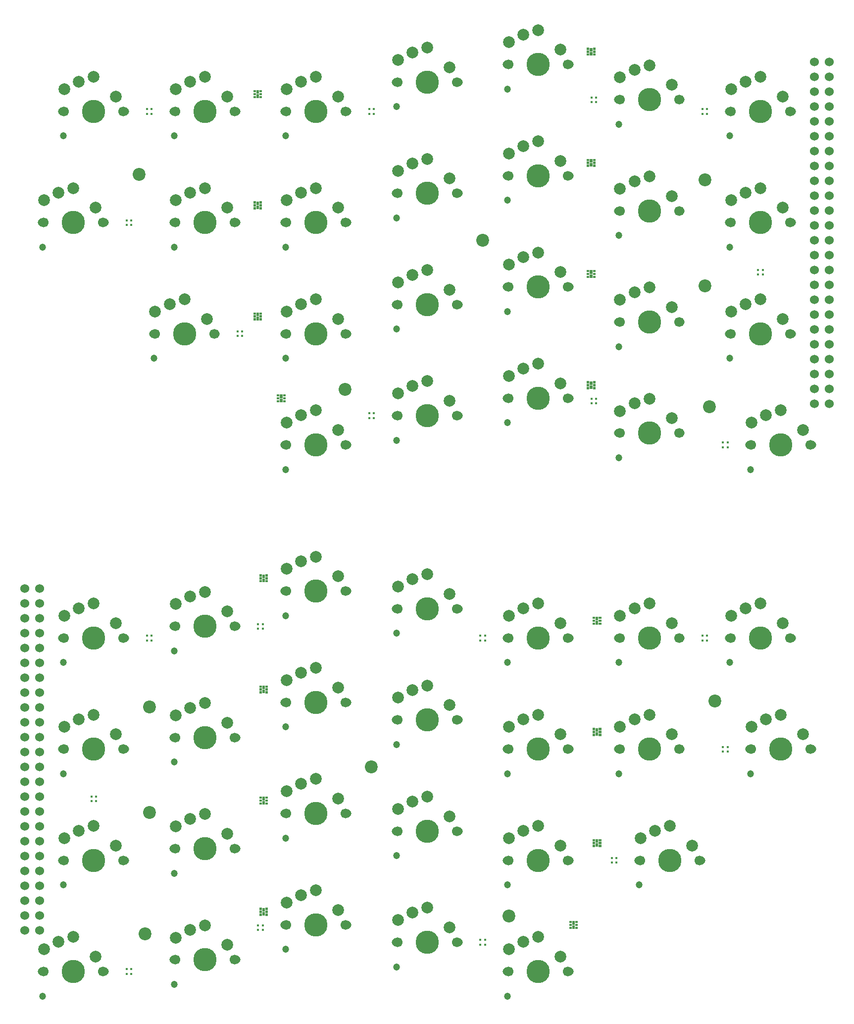
<source format=gbr>
%TF.GenerationSoftware,KiCad,Pcbnew,(6.0.6)*%
%TF.CreationDate,2022-09-05T11:06:28-07:00*%
%TF.ProjectId,Nour-Valkyrie,4e6f7572-2d56-4616-9c6b-797269652e6b,rev?*%
%TF.SameCoordinates,Original*%
%TF.FileFunction,Soldermask,Top*%
%TF.FilePolarity,Negative*%
%FSLAX46Y46*%
G04 Gerber Fmt 4.6, Leading zero omitted, Abs format (unit mm)*
G04 Created by KiCad (PCBNEW (6.0.6)) date 2022-09-05 11:06:28*
%MOMM*%
%LPD*%
G01*
G04 APERTURE LIST*
%ADD10C,0.010000*%
%ADD11C,1.200000*%
%ADD12C,1.700000*%
%ADD13C,3.990000*%
%ADD14C,2.000000*%
%ADD15R,0.400000X0.400000*%
%ADD16C,2.200000*%
%ADD17C,1.524000*%
G04 APERTURE END LIST*
%TO.C,D46*%
G36*
X83185000Y-172665000D02*
G01*
X82815000Y-172665000D01*
X82815000Y-172135000D01*
X83185000Y-172135000D01*
X83185000Y-172665000D01*
G37*
D10*
X83185000Y-172665000D02*
X82815000Y-172665000D01*
X82815000Y-172135000D01*
X83185000Y-172135000D01*
X83185000Y-172665000D01*
G36*
X83185000Y-173365000D02*
G01*
X82815000Y-173365000D01*
X82815000Y-172835000D01*
X83185000Y-172835000D01*
X83185000Y-173365000D01*
G37*
X83185000Y-173365000D02*
X82815000Y-173365000D01*
X82815000Y-172835000D01*
X83185000Y-172835000D01*
X83185000Y-173365000D01*
G36*
X82645000Y-172900000D02*
G01*
X82295000Y-172900000D01*
X82295000Y-172600000D01*
X82645000Y-172600000D01*
X82645000Y-172900000D01*
G37*
X82645000Y-172900000D02*
X82295000Y-172900000D01*
X82295000Y-172600000D01*
X82645000Y-172600000D01*
X82645000Y-172900000D01*
G36*
X83705000Y-173400000D02*
G01*
X83355000Y-173400000D01*
X83355000Y-173100000D01*
X83705000Y-173100000D01*
X83705000Y-173400000D01*
G37*
X83705000Y-173400000D02*
X83355000Y-173400000D01*
X83355000Y-173100000D01*
X83705000Y-173100000D01*
X83705000Y-173400000D01*
G36*
X82645000Y-172400000D02*
G01*
X82295000Y-172400000D01*
X82295000Y-172100000D01*
X82645000Y-172100000D01*
X82645000Y-172400000D01*
G37*
X82645000Y-172400000D02*
X82295000Y-172400000D01*
X82295000Y-172100000D01*
X82645000Y-172100000D01*
X82645000Y-172400000D01*
G36*
X83705000Y-172900000D02*
G01*
X83355000Y-172900000D01*
X83355000Y-172600000D01*
X83705000Y-172600000D01*
X83705000Y-172900000D01*
G37*
X83705000Y-172900000D02*
X83355000Y-172900000D01*
X83355000Y-172600000D01*
X83705000Y-172600000D01*
X83705000Y-172900000D01*
G36*
X82645000Y-173400000D02*
G01*
X82295000Y-173400000D01*
X82295000Y-173100000D01*
X82645000Y-173100000D01*
X82645000Y-173400000D01*
G37*
X82645000Y-173400000D02*
X82295000Y-173400000D01*
X82295000Y-173100000D01*
X82645000Y-173100000D01*
X82645000Y-173400000D01*
G36*
X83705000Y-172400000D02*
G01*
X83355000Y-172400000D01*
X83355000Y-172100000D01*
X83705000Y-172100000D01*
X83705000Y-172400000D01*
G37*
X83705000Y-172400000D02*
X83355000Y-172400000D01*
X83355000Y-172100000D01*
X83705000Y-172100000D01*
X83705000Y-172400000D01*
%TO.C,D49*%
G36*
X83705000Y-229400000D02*
G01*
X83355000Y-229400000D01*
X83355000Y-229100000D01*
X83705000Y-229100000D01*
X83705000Y-229400000D01*
G37*
X83705000Y-229400000D02*
X83355000Y-229400000D01*
X83355000Y-229100000D01*
X83705000Y-229100000D01*
X83705000Y-229400000D01*
G36*
X83705000Y-229900000D02*
G01*
X83355000Y-229900000D01*
X83355000Y-229600000D01*
X83705000Y-229600000D01*
X83705000Y-229900000D01*
G37*
X83705000Y-229900000D02*
X83355000Y-229900000D01*
X83355000Y-229600000D01*
X83705000Y-229600000D01*
X83705000Y-229900000D01*
G36*
X82645000Y-229900000D02*
G01*
X82295000Y-229900000D01*
X82295000Y-229600000D01*
X82645000Y-229600000D01*
X82645000Y-229900000D01*
G37*
X82645000Y-229900000D02*
X82295000Y-229900000D01*
X82295000Y-229600000D01*
X82645000Y-229600000D01*
X82645000Y-229900000D01*
G36*
X82645000Y-229400000D02*
G01*
X82295000Y-229400000D01*
X82295000Y-229100000D01*
X82645000Y-229100000D01*
X82645000Y-229400000D01*
G37*
X82645000Y-229400000D02*
X82295000Y-229400000D01*
X82295000Y-229100000D01*
X82645000Y-229100000D01*
X82645000Y-229400000D01*
G36*
X83705000Y-230400000D02*
G01*
X83355000Y-230400000D01*
X83355000Y-230100000D01*
X83705000Y-230100000D01*
X83705000Y-230400000D01*
G37*
X83705000Y-230400000D02*
X83355000Y-230400000D01*
X83355000Y-230100000D01*
X83705000Y-230100000D01*
X83705000Y-230400000D01*
G36*
X83185000Y-229665000D02*
G01*
X82815000Y-229665000D01*
X82815000Y-229135000D01*
X83185000Y-229135000D01*
X83185000Y-229665000D01*
G37*
X83185000Y-229665000D02*
X82815000Y-229665000D01*
X82815000Y-229135000D01*
X83185000Y-229135000D01*
X83185000Y-229665000D01*
G36*
X82645000Y-230400000D02*
G01*
X82295000Y-230400000D01*
X82295000Y-230100000D01*
X82645000Y-230100000D01*
X82645000Y-230400000D01*
G37*
X82645000Y-230400000D02*
X82295000Y-230400000D01*
X82295000Y-230100000D01*
X82645000Y-230100000D01*
X82645000Y-230400000D01*
G36*
X83185000Y-230365000D02*
G01*
X82815000Y-230365000D01*
X82815000Y-229835000D01*
X83185000Y-229835000D01*
X83185000Y-230365000D01*
G37*
X83185000Y-230365000D02*
X82815000Y-230365000D01*
X82815000Y-229835000D01*
X83185000Y-229835000D01*
X83185000Y-230365000D01*
%TO.C,D5*%
G36*
X82705000Y-89650000D02*
G01*
X82355000Y-89650000D01*
X82355000Y-89350000D01*
X82705000Y-89350000D01*
X82705000Y-89650000D01*
G37*
X82705000Y-89650000D02*
X82355000Y-89650000D01*
X82355000Y-89350000D01*
X82705000Y-89350000D01*
X82705000Y-89650000D01*
G36*
X82705000Y-90650000D02*
G01*
X82355000Y-90650000D01*
X82355000Y-90350000D01*
X82705000Y-90350000D01*
X82705000Y-90650000D01*
G37*
X82705000Y-90650000D02*
X82355000Y-90650000D01*
X82355000Y-90350000D01*
X82705000Y-90350000D01*
X82705000Y-90650000D01*
G36*
X82185000Y-90615000D02*
G01*
X81815000Y-90615000D01*
X81815000Y-90085000D01*
X82185000Y-90085000D01*
X82185000Y-90615000D01*
G37*
X82185000Y-90615000D02*
X81815000Y-90615000D01*
X81815000Y-90085000D01*
X82185000Y-90085000D01*
X82185000Y-90615000D01*
G36*
X81645000Y-90150000D02*
G01*
X81295000Y-90150000D01*
X81295000Y-89850000D01*
X81645000Y-89850000D01*
X81645000Y-90150000D01*
G37*
X81645000Y-90150000D02*
X81295000Y-90150000D01*
X81295000Y-89850000D01*
X81645000Y-89850000D01*
X81645000Y-90150000D01*
G36*
X82705000Y-90150000D02*
G01*
X82355000Y-90150000D01*
X82355000Y-89850000D01*
X82705000Y-89850000D01*
X82705000Y-90150000D01*
G37*
X82705000Y-90150000D02*
X82355000Y-90150000D01*
X82355000Y-89850000D01*
X82705000Y-89850000D01*
X82705000Y-90150000D01*
G36*
X82185000Y-89915000D02*
G01*
X81815000Y-89915000D01*
X81815000Y-89385000D01*
X82185000Y-89385000D01*
X82185000Y-89915000D01*
G37*
X82185000Y-89915000D02*
X81815000Y-89915000D01*
X81815000Y-89385000D01*
X82185000Y-89385000D01*
X82185000Y-89915000D01*
G36*
X81645000Y-89650000D02*
G01*
X81295000Y-89650000D01*
X81295000Y-89350000D01*
X81645000Y-89350000D01*
X81645000Y-89650000D01*
G37*
X81645000Y-89650000D02*
X81295000Y-89650000D01*
X81295000Y-89350000D01*
X81645000Y-89350000D01*
X81645000Y-89650000D01*
G36*
X81645000Y-90650000D02*
G01*
X81295000Y-90650000D01*
X81295000Y-90350000D01*
X81645000Y-90350000D01*
X81645000Y-90650000D01*
G37*
X81645000Y-90650000D02*
X81295000Y-90650000D01*
X81295000Y-90350000D01*
X81645000Y-90350000D01*
X81645000Y-90650000D01*
%TO.C,D43*%
G36*
X139645000Y-199150000D02*
G01*
X139295000Y-199150000D01*
X139295000Y-198850000D01*
X139645000Y-198850000D01*
X139645000Y-199150000D01*
G37*
X139645000Y-199150000D02*
X139295000Y-199150000D01*
X139295000Y-198850000D01*
X139645000Y-198850000D01*
X139645000Y-199150000D01*
G36*
X140185000Y-198915000D02*
G01*
X139815000Y-198915000D01*
X139815000Y-198385000D01*
X140185000Y-198385000D01*
X140185000Y-198915000D01*
G37*
X140185000Y-198915000D02*
X139815000Y-198915000D01*
X139815000Y-198385000D01*
X140185000Y-198385000D01*
X140185000Y-198915000D01*
G36*
X140705000Y-199650000D02*
G01*
X140355000Y-199650000D01*
X140355000Y-199350000D01*
X140705000Y-199350000D01*
X140705000Y-199650000D01*
G37*
X140705000Y-199650000D02*
X140355000Y-199650000D01*
X140355000Y-199350000D01*
X140705000Y-199350000D01*
X140705000Y-199650000D01*
G36*
X140705000Y-198650000D02*
G01*
X140355000Y-198650000D01*
X140355000Y-198350000D01*
X140705000Y-198350000D01*
X140705000Y-198650000D01*
G37*
X140705000Y-198650000D02*
X140355000Y-198650000D01*
X140355000Y-198350000D01*
X140705000Y-198350000D01*
X140705000Y-198650000D01*
G36*
X139645000Y-198650000D02*
G01*
X139295000Y-198650000D01*
X139295000Y-198350000D01*
X139645000Y-198350000D01*
X139645000Y-198650000D01*
G37*
X139645000Y-198650000D02*
X139295000Y-198650000D01*
X139295000Y-198350000D01*
X139645000Y-198350000D01*
X139645000Y-198650000D01*
G36*
X140185000Y-199615000D02*
G01*
X139815000Y-199615000D01*
X139815000Y-199085000D01*
X140185000Y-199085000D01*
X140185000Y-199615000D01*
G37*
X140185000Y-199615000D02*
X139815000Y-199615000D01*
X139815000Y-199085000D01*
X140185000Y-199085000D01*
X140185000Y-199615000D01*
G36*
X139645000Y-199650000D02*
G01*
X139295000Y-199650000D01*
X139295000Y-199350000D01*
X139645000Y-199350000D01*
X139645000Y-199650000D01*
G37*
X139645000Y-199650000D02*
X139295000Y-199650000D01*
X139295000Y-199350000D01*
X139645000Y-199350000D01*
X139645000Y-199650000D01*
G36*
X140705000Y-199150000D02*
G01*
X140355000Y-199150000D01*
X140355000Y-198850000D01*
X140705000Y-198850000D01*
X140705000Y-199150000D01*
G37*
X140705000Y-199150000D02*
X140355000Y-199150000D01*
X140355000Y-198850000D01*
X140705000Y-198850000D01*
X140705000Y-199150000D01*
%TO.C,D2*%
G36*
X139705000Y-102400000D02*
G01*
X139355000Y-102400000D01*
X139355000Y-102100000D01*
X139705000Y-102100000D01*
X139705000Y-102400000D01*
G37*
X139705000Y-102400000D02*
X139355000Y-102400000D01*
X139355000Y-102100000D01*
X139705000Y-102100000D01*
X139705000Y-102400000D01*
G36*
X138645000Y-101900000D02*
G01*
X138295000Y-101900000D01*
X138295000Y-101600000D01*
X138645000Y-101600000D01*
X138645000Y-101900000D01*
G37*
X138645000Y-101900000D02*
X138295000Y-101900000D01*
X138295000Y-101600000D01*
X138645000Y-101600000D01*
X138645000Y-101900000D01*
G36*
X138645000Y-101400000D02*
G01*
X138295000Y-101400000D01*
X138295000Y-101100000D01*
X138645000Y-101100000D01*
X138645000Y-101400000D01*
G37*
X138645000Y-101400000D02*
X138295000Y-101400000D01*
X138295000Y-101100000D01*
X138645000Y-101100000D01*
X138645000Y-101400000D01*
G36*
X139705000Y-101400000D02*
G01*
X139355000Y-101400000D01*
X139355000Y-101100000D01*
X139705000Y-101100000D01*
X139705000Y-101400000D01*
G37*
X139705000Y-101400000D02*
X139355000Y-101400000D01*
X139355000Y-101100000D01*
X139705000Y-101100000D01*
X139705000Y-101400000D01*
G36*
X139185000Y-101665000D02*
G01*
X138815000Y-101665000D01*
X138815000Y-101135000D01*
X139185000Y-101135000D01*
X139185000Y-101665000D01*
G37*
X139185000Y-101665000D02*
X138815000Y-101665000D01*
X138815000Y-101135000D01*
X139185000Y-101135000D01*
X139185000Y-101665000D01*
G36*
X139185000Y-102365000D02*
G01*
X138815000Y-102365000D01*
X138815000Y-101835000D01*
X139185000Y-101835000D01*
X139185000Y-102365000D01*
G37*
X139185000Y-102365000D02*
X138815000Y-102365000D01*
X138815000Y-101835000D01*
X139185000Y-101835000D01*
X139185000Y-102365000D01*
G36*
X139705000Y-101900000D02*
G01*
X139355000Y-101900000D01*
X139355000Y-101600000D01*
X139705000Y-101600000D01*
X139705000Y-101900000D01*
G37*
X139705000Y-101900000D02*
X139355000Y-101900000D01*
X139355000Y-101600000D01*
X139705000Y-101600000D01*
X139705000Y-101900000D01*
G36*
X138645000Y-102400000D02*
G01*
X138295000Y-102400000D01*
X138295000Y-102100000D01*
X138645000Y-102100000D01*
X138645000Y-102400000D01*
G37*
X138645000Y-102400000D02*
X138295000Y-102400000D01*
X138295000Y-102100000D01*
X138645000Y-102100000D01*
X138645000Y-102400000D01*
%TO.C,D4*%
G36*
X138645000Y-139900000D02*
G01*
X138295000Y-139900000D01*
X138295000Y-139600000D01*
X138645000Y-139600000D01*
X138645000Y-139900000D01*
G37*
X138645000Y-139900000D02*
X138295000Y-139900000D01*
X138295000Y-139600000D01*
X138645000Y-139600000D01*
X138645000Y-139900000D01*
G36*
X139705000Y-139400000D02*
G01*
X139355000Y-139400000D01*
X139355000Y-139100000D01*
X139705000Y-139100000D01*
X139705000Y-139400000D01*
G37*
X139705000Y-139400000D02*
X139355000Y-139400000D01*
X139355000Y-139100000D01*
X139705000Y-139100000D01*
X139705000Y-139400000D01*
G36*
X139185000Y-139665000D02*
G01*
X138815000Y-139665000D01*
X138815000Y-139135000D01*
X139185000Y-139135000D01*
X139185000Y-139665000D01*
G37*
X139185000Y-139665000D02*
X138815000Y-139665000D01*
X138815000Y-139135000D01*
X139185000Y-139135000D01*
X139185000Y-139665000D01*
G36*
X139185000Y-140365000D02*
G01*
X138815000Y-140365000D01*
X138815000Y-139835000D01*
X139185000Y-139835000D01*
X139185000Y-140365000D01*
G37*
X139185000Y-140365000D02*
X138815000Y-140365000D01*
X138815000Y-139835000D01*
X139185000Y-139835000D01*
X139185000Y-140365000D01*
G36*
X138645000Y-140400000D02*
G01*
X138295000Y-140400000D01*
X138295000Y-140100000D01*
X138645000Y-140100000D01*
X138645000Y-140400000D01*
G37*
X138645000Y-140400000D02*
X138295000Y-140400000D01*
X138295000Y-140100000D01*
X138645000Y-140100000D01*
X138645000Y-140400000D01*
G36*
X139705000Y-139900000D02*
G01*
X139355000Y-139900000D01*
X139355000Y-139600000D01*
X139705000Y-139600000D01*
X139705000Y-139900000D01*
G37*
X139705000Y-139900000D02*
X139355000Y-139900000D01*
X139355000Y-139600000D01*
X139705000Y-139600000D01*
X139705000Y-139900000D01*
G36*
X138645000Y-139400000D02*
G01*
X138295000Y-139400000D01*
X138295000Y-139100000D01*
X138645000Y-139100000D01*
X138645000Y-139400000D01*
G37*
X138645000Y-139400000D02*
X138295000Y-139400000D01*
X138295000Y-139100000D01*
X138645000Y-139100000D01*
X138645000Y-139400000D01*
G36*
X139705000Y-140400000D02*
G01*
X139355000Y-140400000D01*
X139355000Y-140100000D01*
X139705000Y-140100000D01*
X139705000Y-140400000D01*
G37*
X139705000Y-140400000D02*
X139355000Y-140400000D01*
X139355000Y-140100000D01*
X139705000Y-140100000D01*
X139705000Y-140400000D01*
%TO.C,D44*%
G36*
X140705000Y-218650000D02*
G01*
X140355000Y-218650000D01*
X140355000Y-218350000D01*
X140705000Y-218350000D01*
X140705000Y-218650000D01*
G37*
X140705000Y-218650000D02*
X140355000Y-218650000D01*
X140355000Y-218350000D01*
X140705000Y-218350000D01*
X140705000Y-218650000D01*
G36*
X140705000Y-218150000D02*
G01*
X140355000Y-218150000D01*
X140355000Y-217850000D01*
X140705000Y-217850000D01*
X140705000Y-218150000D01*
G37*
X140705000Y-218150000D02*
X140355000Y-218150000D01*
X140355000Y-217850000D01*
X140705000Y-217850000D01*
X140705000Y-218150000D01*
G36*
X139645000Y-217650000D02*
G01*
X139295000Y-217650000D01*
X139295000Y-217350000D01*
X139645000Y-217350000D01*
X139645000Y-217650000D01*
G37*
X139645000Y-217650000D02*
X139295000Y-217650000D01*
X139295000Y-217350000D01*
X139645000Y-217350000D01*
X139645000Y-217650000D01*
G36*
X140185000Y-217915000D02*
G01*
X139815000Y-217915000D01*
X139815000Y-217385000D01*
X140185000Y-217385000D01*
X140185000Y-217915000D01*
G37*
X140185000Y-217915000D02*
X139815000Y-217915000D01*
X139815000Y-217385000D01*
X140185000Y-217385000D01*
X140185000Y-217915000D01*
G36*
X140185000Y-218615000D02*
G01*
X139815000Y-218615000D01*
X139815000Y-218085000D01*
X140185000Y-218085000D01*
X140185000Y-218615000D01*
G37*
X140185000Y-218615000D02*
X139815000Y-218615000D01*
X139815000Y-218085000D01*
X140185000Y-218085000D01*
X140185000Y-218615000D01*
G36*
X139645000Y-218650000D02*
G01*
X139295000Y-218650000D01*
X139295000Y-218350000D01*
X139645000Y-218350000D01*
X139645000Y-218650000D01*
G37*
X139645000Y-218650000D02*
X139295000Y-218650000D01*
X139295000Y-218350000D01*
X139645000Y-218350000D01*
X139645000Y-218650000D01*
G36*
X139645000Y-218150000D02*
G01*
X139295000Y-218150000D01*
X139295000Y-217850000D01*
X139645000Y-217850000D01*
X139645000Y-218150000D01*
G37*
X139645000Y-218150000D02*
X139295000Y-218150000D01*
X139295000Y-217850000D01*
X139645000Y-217850000D01*
X139645000Y-218150000D01*
G36*
X140705000Y-217650000D02*
G01*
X140355000Y-217650000D01*
X140355000Y-217350000D01*
X140705000Y-217350000D01*
X140705000Y-217650000D01*
G37*
X140705000Y-217650000D02*
X140355000Y-217650000D01*
X140355000Y-217350000D01*
X140705000Y-217350000D01*
X140705000Y-217650000D01*
%TO.C,D1*%
G36*
X139185000Y-82665000D02*
G01*
X138815000Y-82665000D01*
X138815000Y-82135000D01*
X139185000Y-82135000D01*
X139185000Y-82665000D01*
G37*
X139185000Y-82665000D02*
X138815000Y-82665000D01*
X138815000Y-82135000D01*
X139185000Y-82135000D01*
X139185000Y-82665000D01*
G36*
X139705000Y-82900000D02*
G01*
X139355000Y-82900000D01*
X139355000Y-82600000D01*
X139705000Y-82600000D01*
X139705000Y-82900000D01*
G37*
X139705000Y-82900000D02*
X139355000Y-82900000D01*
X139355000Y-82600000D01*
X139705000Y-82600000D01*
X139705000Y-82900000D01*
G36*
X139185000Y-83365000D02*
G01*
X138815000Y-83365000D01*
X138815000Y-82835000D01*
X139185000Y-82835000D01*
X139185000Y-83365000D01*
G37*
X139185000Y-83365000D02*
X138815000Y-83365000D01*
X138815000Y-82835000D01*
X139185000Y-82835000D01*
X139185000Y-83365000D01*
G36*
X138645000Y-82900000D02*
G01*
X138295000Y-82900000D01*
X138295000Y-82600000D01*
X138645000Y-82600000D01*
X138645000Y-82900000D01*
G37*
X138645000Y-82900000D02*
X138295000Y-82900000D01*
X138295000Y-82600000D01*
X138645000Y-82600000D01*
X138645000Y-82900000D01*
G36*
X139705000Y-83400000D02*
G01*
X139355000Y-83400000D01*
X139355000Y-83100000D01*
X139705000Y-83100000D01*
X139705000Y-83400000D01*
G37*
X139705000Y-83400000D02*
X139355000Y-83400000D01*
X139355000Y-83100000D01*
X139705000Y-83100000D01*
X139705000Y-83400000D01*
G36*
X138645000Y-83400000D02*
G01*
X138295000Y-83400000D01*
X138295000Y-83100000D01*
X138645000Y-83100000D01*
X138645000Y-83400000D01*
G37*
X138645000Y-83400000D02*
X138295000Y-83400000D01*
X138295000Y-83100000D01*
X138645000Y-83100000D01*
X138645000Y-83400000D01*
G36*
X139705000Y-82400000D02*
G01*
X139355000Y-82400000D01*
X139355000Y-82100000D01*
X139705000Y-82100000D01*
X139705000Y-82400000D01*
G37*
X139705000Y-82400000D02*
X139355000Y-82400000D01*
X139355000Y-82100000D01*
X139705000Y-82100000D01*
X139705000Y-82400000D01*
G36*
X138645000Y-82400000D02*
G01*
X138295000Y-82400000D01*
X138295000Y-82100000D01*
X138645000Y-82100000D01*
X138645000Y-82400000D01*
G37*
X138645000Y-82400000D02*
X138295000Y-82400000D01*
X138295000Y-82100000D01*
X138645000Y-82100000D01*
X138645000Y-82400000D01*
%TO.C,D45*%
G36*
X136705000Y-232150000D02*
G01*
X136355000Y-232150000D01*
X136355000Y-231850000D01*
X136705000Y-231850000D01*
X136705000Y-232150000D01*
G37*
X136705000Y-232150000D02*
X136355000Y-232150000D01*
X136355000Y-231850000D01*
X136705000Y-231850000D01*
X136705000Y-232150000D01*
G36*
X135645000Y-231650000D02*
G01*
X135295000Y-231650000D01*
X135295000Y-231350000D01*
X135645000Y-231350000D01*
X135645000Y-231650000D01*
G37*
X135645000Y-231650000D02*
X135295000Y-231650000D01*
X135295000Y-231350000D01*
X135645000Y-231350000D01*
X135645000Y-231650000D01*
G36*
X136185000Y-231915000D02*
G01*
X135815000Y-231915000D01*
X135815000Y-231385000D01*
X136185000Y-231385000D01*
X136185000Y-231915000D01*
G37*
X136185000Y-231915000D02*
X135815000Y-231915000D01*
X135815000Y-231385000D01*
X136185000Y-231385000D01*
X136185000Y-231915000D01*
G36*
X136185000Y-232615000D02*
G01*
X135815000Y-232615000D01*
X135815000Y-232085000D01*
X136185000Y-232085000D01*
X136185000Y-232615000D01*
G37*
X136185000Y-232615000D02*
X135815000Y-232615000D01*
X135815000Y-232085000D01*
X136185000Y-232085000D01*
X136185000Y-232615000D01*
G36*
X135645000Y-232150000D02*
G01*
X135295000Y-232150000D01*
X135295000Y-231850000D01*
X135645000Y-231850000D01*
X135645000Y-232150000D01*
G37*
X135645000Y-232150000D02*
X135295000Y-232150000D01*
X135295000Y-231850000D01*
X135645000Y-231850000D01*
X135645000Y-232150000D01*
G36*
X136705000Y-231650000D02*
G01*
X136355000Y-231650000D01*
X136355000Y-231350000D01*
X136705000Y-231350000D01*
X136705000Y-231650000D01*
G37*
X136705000Y-231650000D02*
X136355000Y-231650000D01*
X136355000Y-231350000D01*
X136705000Y-231350000D01*
X136705000Y-231650000D01*
G36*
X136705000Y-232650000D02*
G01*
X136355000Y-232650000D01*
X136355000Y-232350000D01*
X136705000Y-232350000D01*
X136705000Y-232650000D01*
G37*
X136705000Y-232650000D02*
X136355000Y-232650000D01*
X136355000Y-232350000D01*
X136705000Y-232350000D01*
X136705000Y-232650000D01*
G36*
X135645000Y-232650000D02*
G01*
X135295000Y-232650000D01*
X135295000Y-232350000D01*
X135645000Y-232350000D01*
X135645000Y-232650000D01*
G37*
X135645000Y-232650000D02*
X135295000Y-232650000D01*
X135295000Y-232350000D01*
X135645000Y-232350000D01*
X135645000Y-232650000D01*
%TO.C,D6*%
G36*
X81645000Y-108650000D02*
G01*
X81295000Y-108650000D01*
X81295000Y-108350000D01*
X81645000Y-108350000D01*
X81645000Y-108650000D01*
G37*
X81645000Y-108650000D02*
X81295000Y-108650000D01*
X81295000Y-108350000D01*
X81645000Y-108350000D01*
X81645000Y-108650000D01*
G36*
X81645000Y-109150000D02*
G01*
X81295000Y-109150000D01*
X81295000Y-108850000D01*
X81645000Y-108850000D01*
X81645000Y-109150000D01*
G37*
X81645000Y-109150000D02*
X81295000Y-109150000D01*
X81295000Y-108850000D01*
X81645000Y-108850000D01*
X81645000Y-109150000D01*
G36*
X82185000Y-109615000D02*
G01*
X81815000Y-109615000D01*
X81815000Y-109085000D01*
X82185000Y-109085000D01*
X82185000Y-109615000D01*
G37*
X82185000Y-109615000D02*
X81815000Y-109615000D01*
X81815000Y-109085000D01*
X82185000Y-109085000D01*
X82185000Y-109615000D01*
G36*
X82705000Y-109650000D02*
G01*
X82355000Y-109650000D01*
X82355000Y-109350000D01*
X82705000Y-109350000D01*
X82705000Y-109650000D01*
G37*
X82705000Y-109650000D02*
X82355000Y-109650000D01*
X82355000Y-109350000D01*
X82705000Y-109350000D01*
X82705000Y-109650000D01*
G36*
X82705000Y-109150000D02*
G01*
X82355000Y-109150000D01*
X82355000Y-108850000D01*
X82705000Y-108850000D01*
X82705000Y-109150000D01*
G37*
X82705000Y-109150000D02*
X82355000Y-109150000D01*
X82355000Y-108850000D01*
X82705000Y-108850000D01*
X82705000Y-109150000D01*
G36*
X82185000Y-108915000D02*
G01*
X81815000Y-108915000D01*
X81815000Y-108385000D01*
X82185000Y-108385000D01*
X82185000Y-108915000D01*
G37*
X82185000Y-108915000D02*
X81815000Y-108915000D01*
X81815000Y-108385000D01*
X82185000Y-108385000D01*
X82185000Y-108915000D01*
G36*
X82705000Y-108650000D02*
G01*
X82355000Y-108650000D01*
X82355000Y-108350000D01*
X82705000Y-108350000D01*
X82705000Y-108650000D01*
G37*
X82705000Y-108650000D02*
X82355000Y-108650000D01*
X82355000Y-108350000D01*
X82705000Y-108350000D01*
X82705000Y-108650000D01*
G36*
X81645000Y-109650000D02*
G01*
X81295000Y-109650000D01*
X81295000Y-109350000D01*
X81645000Y-109350000D01*
X81645000Y-109650000D01*
G37*
X81645000Y-109650000D02*
X81295000Y-109650000D01*
X81295000Y-109350000D01*
X81645000Y-109350000D01*
X81645000Y-109650000D01*
%TO.C,D7*%
G36*
X82705000Y-128650000D02*
G01*
X82355000Y-128650000D01*
X82355000Y-128350000D01*
X82705000Y-128350000D01*
X82705000Y-128650000D01*
G37*
X82705000Y-128650000D02*
X82355000Y-128650000D01*
X82355000Y-128350000D01*
X82705000Y-128350000D01*
X82705000Y-128650000D01*
G36*
X81645000Y-128650000D02*
G01*
X81295000Y-128650000D01*
X81295000Y-128350000D01*
X81645000Y-128350000D01*
X81645000Y-128650000D01*
G37*
X81645000Y-128650000D02*
X81295000Y-128650000D01*
X81295000Y-128350000D01*
X81645000Y-128350000D01*
X81645000Y-128650000D01*
G36*
X82185000Y-127915000D02*
G01*
X81815000Y-127915000D01*
X81815000Y-127385000D01*
X82185000Y-127385000D01*
X82185000Y-127915000D01*
G37*
X82185000Y-127915000D02*
X81815000Y-127915000D01*
X81815000Y-127385000D01*
X82185000Y-127385000D01*
X82185000Y-127915000D01*
G36*
X82185000Y-128615000D02*
G01*
X81815000Y-128615000D01*
X81815000Y-128085000D01*
X82185000Y-128085000D01*
X82185000Y-128615000D01*
G37*
X82185000Y-128615000D02*
X81815000Y-128615000D01*
X81815000Y-128085000D01*
X82185000Y-128085000D01*
X82185000Y-128615000D01*
G36*
X82705000Y-128150000D02*
G01*
X82355000Y-128150000D01*
X82355000Y-127850000D01*
X82705000Y-127850000D01*
X82705000Y-128150000D01*
G37*
X82705000Y-128150000D02*
X82355000Y-128150000D01*
X82355000Y-127850000D01*
X82705000Y-127850000D01*
X82705000Y-128150000D01*
G36*
X82705000Y-127650000D02*
G01*
X82355000Y-127650000D01*
X82355000Y-127350000D01*
X82705000Y-127350000D01*
X82705000Y-127650000D01*
G37*
X82705000Y-127650000D02*
X82355000Y-127650000D01*
X82355000Y-127350000D01*
X82705000Y-127350000D01*
X82705000Y-127650000D01*
G36*
X81645000Y-127650000D02*
G01*
X81295000Y-127650000D01*
X81295000Y-127350000D01*
X81645000Y-127350000D01*
X81645000Y-127650000D01*
G37*
X81645000Y-127650000D02*
X81295000Y-127650000D01*
X81295000Y-127350000D01*
X81645000Y-127350000D01*
X81645000Y-127650000D01*
G36*
X81645000Y-128150000D02*
G01*
X81295000Y-128150000D01*
X81295000Y-127850000D01*
X81645000Y-127850000D01*
X81645000Y-128150000D01*
G37*
X81645000Y-128150000D02*
X81295000Y-128150000D01*
X81295000Y-127850000D01*
X81645000Y-127850000D01*
X81645000Y-128150000D01*
%TO.C,D8*%
G36*
X86705000Y-141650000D02*
G01*
X86355000Y-141650000D01*
X86355000Y-141350000D01*
X86705000Y-141350000D01*
X86705000Y-141650000D01*
G37*
X86705000Y-141650000D02*
X86355000Y-141650000D01*
X86355000Y-141350000D01*
X86705000Y-141350000D01*
X86705000Y-141650000D01*
G36*
X85645000Y-142150000D02*
G01*
X85295000Y-142150000D01*
X85295000Y-141850000D01*
X85645000Y-141850000D01*
X85645000Y-142150000D01*
G37*
X85645000Y-142150000D02*
X85295000Y-142150000D01*
X85295000Y-141850000D01*
X85645000Y-141850000D01*
X85645000Y-142150000D01*
G36*
X86705000Y-142650000D02*
G01*
X86355000Y-142650000D01*
X86355000Y-142350000D01*
X86705000Y-142350000D01*
X86705000Y-142650000D01*
G37*
X86705000Y-142650000D02*
X86355000Y-142650000D01*
X86355000Y-142350000D01*
X86705000Y-142350000D01*
X86705000Y-142650000D01*
G36*
X86185000Y-142615000D02*
G01*
X85815000Y-142615000D01*
X85815000Y-142085000D01*
X86185000Y-142085000D01*
X86185000Y-142615000D01*
G37*
X86185000Y-142615000D02*
X85815000Y-142615000D01*
X85815000Y-142085000D01*
X86185000Y-142085000D01*
X86185000Y-142615000D01*
G36*
X85645000Y-141650000D02*
G01*
X85295000Y-141650000D01*
X85295000Y-141350000D01*
X85645000Y-141350000D01*
X85645000Y-141650000D01*
G37*
X85645000Y-141650000D02*
X85295000Y-141650000D01*
X85295000Y-141350000D01*
X85645000Y-141350000D01*
X85645000Y-141650000D01*
G36*
X85645000Y-142650000D02*
G01*
X85295000Y-142650000D01*
X85295000Y-142350000D01*
X85645000Y-142350000D01*
X85645000Y-142650000D01*
G37*
X85645000Y-142650000D02*
X85295000Y-142650000D01*
X85295000Y-142350000D01*
X85645000Y-142350000D01*
X85645000Y-142650000D01*
G36*
X86705000Y-142150000D02*
G01*
X86355000Y-142150000D01*
X86355000Y-141850000D01*
X86705000Y-141850000D01*
X86705000Y-142150000D01*
G37*
X86705000Y-142150000D02*
X86355000Y-142150000D01*
X86355000Y-141850000D01*
X86705000Y-141850000D01*
X86705000Y-142150000D01*
G36*
X86185000Y-141915000D02*
G01*
X85815000Y-141915000D01*
X85815000Y-141385000D01*
X86185000Y-141385000D01*
X86185000Y-141915000D01*
G37*
X86185000Y-141915000D02*
X85815000Y-141915000D01*
X85815000Y-141385000D01*
X86185000Y-141385000D01*
X86185000Y-141915000D01*
%TO.C,D3*%
G36*
X139705000Y-121400000D02*
G01*
X139355000Y-121400000D01*
X139355000Y-121100000D01*
X139705000Y-121100000D01*
X139705000Y-121400000D01*
G37*
X139705000Y-121400000D02*
X139355000Y-121400000D01*
X139355000Y-121100000D01*
X139705000Y-121100000D01*
X139705000Y-121400000D01*
G36*
X138645000Y-120900000D02*
G01*
X138295000Y-120900000D01*
X138295000Y-120600000D01*
X138645000Y-120600000D01*
X138645000Y-120900000D01*
G37*
X138645000Y-120900000D02*
X138295000Y-120900000D01*
X138295000Y-120600000D01*
X138645000Y-120600000D01*
X138645000Y-120900000D01*
G36*
X139705000Y-120900000D02*
G01*
X139355000Y-120900000D01*
X139355000Y-120600000D01*
X139705000Y-120600000D01*
X139705000Y-120900000D01*
G37*
X139705000Y-120900000D02*
X139355000Y-120900000D01*
X139355000Y-120600000D01*
X139705000Y-120600000D01*
X139705000Y-120900000D01*
G36*
X139185000Y-120665000D02*
G01*
X138815000Y-120665000D01*
X138815000Y-120135000D01*
X139185000Y-120135000D01*
X139185000Y-120665000D01*
G37*
X139185000Y-120665000D02*
X138815000Y-120665000D01*
X138815000Y-120135000D01*
X139185000Y-120135000D01*
X139185000Y-120665000D01*
G36*
X138645000Y-120400000D02*
G01*
X138295000Y-120400000D01*
X138295000Y-120100000D01*
X138645000Y-120100000D01*
X138645000Y-120400000D01*
G37*
X138645000Y-120400000D02*
X138295000Y-120400000D01*
X138295000Y-120100000D01*
X138645000Y-120100000D01*
X138645000Y-120400000D01*
G36*
X139705000Y-120400000D02*
G01*
X139355000Y-120400000D01*
X139355000Y-120100000D01*
X139705000Y-120100000D01*
X139705000Y-120400000D01*
G37*
X139705000Y-120400000D02*
X139355000Y-120400000D01*
X139355000Y-120100000D01*
X139705000Y-120100000D01*
X139705000Y-120400000D01*
G36*
X138645000Y-121400000D02*
G01*
X138295000Y-121400000D01*
X138295000Y-121100000D01*
X138645000Y-121100000D01*
X138645000Y-121400000D01*
G37*
X138645000Y-121400000D02*
X138295000Y-121400000D01*
X138295000Y-121100000D01*
X138645000Y-121100000D01*
X138645000Y-121400000D01*
G36*
X139185000Y-121365000D02*
G01*
X138815000Y-121365000D01*
X138815000Y-120835000D01*
X139185000Y-120835000D01*
X139185000Y-121365000D01*
G37*
X139185000Y-121365000D02*
X138815000Y-121365000D01*
X138815000Y-120835000D01*
X139185000Y-120835000D01*
X139185000Y-121365000D01*
%TO.C,D48*%
G36*
X82645000Y-210400000D02*
G01*
X82295000Y-210400000D01*
X82295000Y-210100000D01*
X82645000Y-210100000D01*
X82645000Y-210400000D01*
G37*
X82645000Y-210400000D02*
X82295000Y-210400000D01*
X82295000Y-210100000D01*
X82645000Y-210100000D01*
X82645000Y-210400000D01*
G36*
X82645000Y-210900000D02*
G01*
X82295000Y-210900000D01*
X82295000Y-210600000D01*
X82645000Y-210600000D01*
X82645000Y-210900000D01*
G37*
X82645000Y-210900000D02*
X82295000Y-210900000D01*
X82295000Y-210600000D01*
X82645000Y-210600000D01*
X82645000Y-210900000D01*
G36*
X82645000Y-211400000D02*
G01*
X82295000Y-211400000D01*
X82295000Y-211100000D01*
X82645000Y-211100000D01*
X82645000Y-211400000D01*
G37*
X82645000Y-211400000D02*
X82295000Y-211400000D01*
X82295000Y-211100000D01*
X82645000Y-211100000D01*
X82645000Y-211400000D01*
G36*
X83705000Y-211400000D02*
G01*
X83355000Y-211400000D01*
X83355000Y-211100000D01*
X83705000Y-211100000D01*
X83705000Y-211400000D01*
G37*
X83705000Y-211400000D02*
X83355000Y-211400000D01*
X83355000Y-211100000D01*
X83705000Y-211100000D01*
X83705000Y-211400000D01*
G36*
X83185000Y-210665000D02*
G01*
X82815000Y-210665000D01*
X82815000Y-210135000D01*
X83185000Y-210135000D01*
X83185000Y-210665000D01*
G37*
X83185000Y-210665000D02*
X82815000Y-210665000D01*
X82815000Y-210135000D01*
X83185000Y-210135000D01*
X83185000Y-210665000D01*
G36*
X83705000Y-210900000D02*
G01*
X83355000Y-210900000D01*
X83355000Y-210600000D01*
X83705000Y-210600000D01*
X83705000Y-210900000D01*
G37*
X83705000Y-210900000D02*
X83355000Y-210900000D01*
X83355000Y-210600000D01*
X83705000Y-210600000D01*
X83705000Y-210900000D01*
G36*
X83705000Y-210400000D02*
G01*
X83355000Y-210400000D01*
X83355000Y-210100000D01*
X83705000Y-210100000D01*
X83705000Y-210400000D01*
G37*
X83705000Y-210400000D02*
X83355000Y-210400000D01*
X83355000Y-210100000D01*
X83705000Y-210100000D01*
X83705000Y-210400000D01*
G36*
X83185000Y-211365000D02*
G01*
X82815000Y-211365000D01*
X82815000Y-210835000D01*
X83185000Y-210835000D01*
X83185000Y-211365000D01*
G37*
X83185000Y-211365000D02*
X82815000Y-211365000D01*
X82815000Y-210835000D01*
X83185000Y-210835000D01*
X83185000Y-211365000D01*
%TO.C,D47*%
G36*
X83705000Y-191400000D02*
G01*
X83355000Y-191400000D01*
X83355000Y-191100000D01*
X83705000Y-191100000D01*
X83705000Y-191400000D01*
G37*
X83705000Y-191400000D02*
X83355000Y-191400000D01*
X83355000Y-191100000D01*
X83705000Y-191100000D01*
X83705000Y-191400000D01*
G36*
X83705000Y-192400000D02*
G01*
X83355000Y-192400000D01*
X83355000Y-192100000D01*
X83705000Y-192100000D01*
X83705000Y-192400000D01*
G37*
X83705000Y-192400000D02*
X83355000Y-192400000D01*
X83355000Y-192100000D01*
X83705000Y-192100000D01*
X83705000Y-192400000D01*
G36*
X83185000Y-192365000D02*
G01*
X82815000Y-192365000D01*
X82815000Y-191835000D01*
X83185000Y-191835000D01*
X83185000Y-192365000D01*
G37*
X83185000Y-192365000D02*
X82815000Y-192365000D01*
X82815000Y-191835000D01*
X83185000Y-191835000D01*
X83185000Y-192365000D01*
G36*
X83705000Y-191900000D02*
G01*
X83355000Y-191900000D01*
X83355000Y-191600000D01*
X83705000Y-191600000D01*
X83705000Y-191900000D01*
G37*
X83705000Y-191900000D02*
X83355000Y-191900000D01*
X83355000Y-191600000D01*
X83705000Y-191600000D01*
X83705000Y-191900000D01*
G36*
X82645000Y-191400000D02*
G01*
X82295000Y-191400000D01*
X82295000Y-191100000D01*
X82645000Y-191100000D01*
X82645000Y-191400000D01*
G37*
X82645000Y-191400000D02*
X82295000Y-191400000D01*
X82295000Y-191100000D01*
X82645000Y-191100000D01*
X82645000Y-191400000D01*
G36*
X82645000Y-191900000D02*
G01*
X82295000Y-191900000D01*
X82295000Y-191600000D01*
X82645000Y-191600000D01*
X82645000Y-191900000D01*
G37*
X82645000Y-191900000D02*
X82295000Y-191900000D01*
X82295000Y-191600000D01*
X82645000Y-191600000D01*
X82645000Y-191900000D01*
G36*
X83185000Y-191665000D02*
G01*
X82815000Y-191665000D01*
X82815000Y-191135000D01*
X83185000Y-191135000D01*
X83185000Y-191665000D01*
G37*
X83185000Y-191665000D02*
X82815000Y-191665000D01*
X82815000Y-191135000D01*
X83185000Y-191135000D01*
X83185000Y-191665000D01*
G36*
X82645000Y-192400000D02*
G01*
X82295000Y-192400000D01*
X82295000Y-192100000D01*
X82645000Y-192100000D01*
X82645000Y-192400000D01*
G37*
X82645000Y-192400000D02*
X82295000Y-192400000D01*
X82295000Y-192100000D01*
X82645000Y-192100000D01*
X82645000Y-192400000D01*
%TO.C,D42*%
G36*
X140705000Y-180150000D02*
G01*
X140355000Y-180150000D01*
X140355000Y-179850000D01*
X140705000Y-179850000D01*
X140705000Y-180150000D01*
G37*
X140705000Y-180150000D02*
X140355000Y-180150000D01*
X140355000Y-179850000D01*
X140705000Y-179850000D01*
X140705000Y-180150000D01*
G36*
X140705000Y-179650000D02*
G01*
X140355000Y-179650000D01*
X140355000Y-179350000D01*
X140705000Y-179350000D01*
X140705000Y-179650000D01*
G37*
X140705000Y-179650000D02*
X140355000Y-179650000D01*
X140355000Y-179350000D01*
X140705000Y-179350000D01*
X140705000Y-179650000D01*
G36*
X139645000Y-180650000D02*
G01*
X139295000Y-180650000D01*
X139295000Y-180350000D01*
X139645000Y-180350000D01*
X139645000Y-180650000D01*
G37*
X139645000Y-180650000D02*
X139295000Y-180650000D01*
X139295000Y-180350000D01*
X139645000Y-180350000D01*
X139645000Y-180650000D01*
G36*
X140185000Y-180615000D02*
G01*
X139815000Y-180615000D01*
X139815000Y-180085000D01*
X140185000Y-180085000D01*
X140185000Y-180615000D01*
G37*
X140185000Y-180615000D02*
X139815000Y-180615000D01*
X139815000Y-180085000D01*
X140185000Y-180085000D01*
X140185000Y-180615000D01*
G36*
X139645000Y-179650000D02*
G01*
X139295000Y-179650000D01*
X139295000Y-179350000D01*
X139645000Y-179350000D01*
X139645000Y-179650000D01*
G37*
X139645000Y-179650000D02*
X139295000Y-179650000D01*
X139295000Y-179350000D01*
X139645000Y-179350000D01*
X139645000Y-179650000D01*
G36*
X140185000Y-179915000D02*
G01*
X139815000Y-179915000D01*
X139815000Y-179385000D01*
X140185000Y-179385000D01*
X140185000Y-179915000D01*
G37*
X140185000Y-179915000D02*
X139815000Y-179915000D01*
X139815000Y-179385000D01*
X140185000Y-179385000D01*
X140185000Y-179915000D01*
G36*
X139645000Y-180150000D02*
G01*
X139295000Y-180150000D01*
X139295000Y-179850000D01*
X139645000Y-179850000D01*
X139645000Y-180150000D01*
G37*
X139645000Y-180150000D02*
X139295000Y-180150000D01*
X139295000Y-179850000D01*
X139645000Y-179850000D01*
X139645000Y-180150000D01*
G36*
X140705000Y-180650000D02*
G01*
X140355000Y-180650000D01*
X140355000Y-180350000D01*
X140705000Y-180350000D01*
X140705000Y-180650000D01*
G37*
X140705000Y-180650000D02*
X140355000Y-180650000D01*
X140355000Y-180350000D01*
X140705000Y-180350000D01*
X140705000Y-180650000D01*
%TD*%
D11*
%TO.C,SW53*%
X59500000Y-221000000D03*
D12*
X59080000Y-221000000D03*
X48920000Y-221000000D03*
D13*
X54000000Y-221000000D03*
D11*
X48500000Y-221000000D03*
X48780000Y-225200000D03*
D14*
X49000000Y-217200000D03*
X51460000Y-215920000D03*
X57810000Y-218460000D03*
X54000000Y-215100000D03*
%TD*%
D12*
%TO.C,SW36*%
X135080000Y-202000000D03*
X124920000Y-202000000D03*
D11*
X124500000Y-202000000D03*
D13*
X130000000Y-202000000D03*
D11*
X135500000Y-202000000D03*
X124780000Y-206200000D03*
D14*
X125000000Y-198200000D03*
X127460000Y-196920000D03*
X130000000Y-196100000D03*
X133810000Y-199460000D03*
%TD*%
D15*
%TO.C,D79*%
X120900000Y-182600000D03*
X120100000Y-183400000D03*
X120900000Y-183400000D03*
X120100000Y-182600000D03*
%TD*%
D11*
%TO.C,SW33*%
X154500000Y-202000000D03*
X143500000Y-202000000D03*
D12*
X154080000Y-202000000D03*
D11*
X143780000Y-206200000D03*
D12*
X143920000Y-202000000D03*
D13*
X149000000Y-202000000D03*
D14*
X144000000Y-198200000D03*
X146460000Y-196920000D03*
X149000000Y-196100000D03*
X152810000Y-199460000D03*
%TD*%
D15*
%TO.C,D34*%
X168400000Y-120100000D03*
X167600000Y-120900000D03*
X168400000Y-120900000D03*
X167600000Y-120100000D03*
%TD*%
D16*
%TO.C,REF\u002A\u002A*%
X63500000Y-212850000D03*
%TD*%
D17*
%TO.C,U3*%
X177260000Y-142965000D03*
X177260000Y-140425000D03*
X177260000Y-137885000D03*
X177260000Y-135345000D03*
X177260000Y-132805000D03*
X177260000Y-130265000D03*
X177260000Y-127725000D03*
X177260000Y-125185000D03*
X177260000Y-122645000D03*
X177260000Y-120105000D03*
X177260000Y-117565000D03*
X177260000Y-115025000D03*
X177260000Y-112485000D03*
X177260000Y-109945000D03*
X177260000Y-107405000D03*
X177260000Y-104865000D03*
X177260000Y-102325000D03*
X177260000Y-99785000D03*
X177260000Y-97245000D03*
X177260000Y-94705000D03*
X177260000Y-92165000D03*
X177260000Y-89625000D03*
X177260000Y-87085000D03*
X177260000Y-84545000D03*
X179800000Y-84545000D03*
X179800000Y-87085000D03*
X179800000Y-89625000D03*
X179800000Y-92165000D03*
X179800000Y-94705000D03*
X179800000Y-97245000D03*
X179800000Y-99785000D03*
X179800000Y-102325000D03*
X179800000Y-104865000D03*
X179800000Y-107405000D03*
X179800000Y-109945000D03*
X179800000Y-112485000D03*
X179800000Y-115025000D03*
X179800000Y-117565000D03*
X179800000Y-120105000D03*
X179800000Y-122645000D03*
X179800000Y-125185000D03*
X179800000Y-127725000D03*
X179800000Y-130265000D03*
X179800000Y-132805000D03*
X179800000Y-135345000D03*
X179800000Y-137885000D03*
X179800000Y-140425000D03*
X179800000Y-142965000D03*
%TD*%
D15*
%TO.C,D81*%
X158900000Y-182600000D03*
X158100000Y-183400000D03*
X158900000Y-183400000D03*
X158100000Y-182600000D03*
%TD*%
D11*
%TO.C,SW13*%
X135500000Y-123000000D03*
D13*
X130000000Y-123000000D03*
D12*
X124920000Y-123000000D03*
X135080000Y-123000000D03*
D11*
X124500000Y-123000000D03*
X124780000Y-127200000D03*
D14*
X127460000Y-117920000D03*
X125000000Y-119200000D03*
X133810000Y-120460000D03*
X130000000Y-117100000D03*
%TD*%
D13*
%TO.C,SW49*%
X73000000Y-219000000D03*
D11*
X67780000Y-223200000D03*
D12*
X67920000Y-219000000D03*
D11*
X67500000Y-219000000D03*
D12*
X78080000Y-219000000D03*
D11*
X78500000Y-219000000D03*
D14*
X68000000Y-215200000D03*
X70460000Y-213920000D03*
X76810000Y-216460000D03*
X73000000Y-213100000D03*
%TD*%
D12*
%TO.C,SW8*%
X154080000Y-110000000D03*
D11*
X143780000Y-114200000D03*
X143500000Y-110000000D03*
D12*
X143920000Y-110000000D03*
D11*
X154500000Y-110000000D03*
D13*
X149000000Y-110000000D03*
D14*
X144000000Y-106200000D03*
X146460000Y-104920000D03*
X152810000Y-107460000D03*
X149000000Y-104100000D03*
%TD*%
D11*
%TO.C,SW26*%
X48780000Y-97200000D03*
D12*
X48920000Y-93000000D03*
X59080000Y-93000000D03*
D13*
X54000000Y-93000000D03*
D11*
X48500000Y-93000000D03*
X59500000Y-93000000D03*
D14*
X49000000Y-89200000D03*
X51460000Y-87920000D03*
X54000000Y-87100000D03*
X57810000Y-90460000D03*
%TD*%
D12*
%TO.C,SW23*%
X67920000Y-93000000D03*
D11*
X67500000Y-93000000D03*
X78500000Y-93000000D03*
X67780000Y-97200000D03*
D12*
X78080000Y-93000000D03*
D13*
X73000000Y-93000000D03*
D14*
X70460000Y-87920000D03*
X68000000Y-89200000D03*
X76810000Y-90460000D03*
X73000000Y-87100000D03*
%TD*%
D15*
%TO.C,D80*%
X143400000Y-220600000D03*
X142600000Y-221400000D03*
X143400000Y-221400000D03*
X142600000Y-220600000D03*
%TD*%
D11*
%TO.C,SW18*%
X116500000Y-145000000D03*
D12*
X116080000Y-145000000D03*
D11*
X105500000Y-145000000D03*
D12*
X105920000Y-145000000D03*
D11*
X105780000Y-149200000D03*
D13*
X111000000Y-145000000D03*
D14*
X108460000Y-139920000D03*
X106000000Y-141200000D03*
X114810000Y-142460000D03*
X111000000Y-139100000D03*
%TD*%
D11*
%TO.C,SW21*%
X86780000Y-135200000D03*
X86500000Y-131000000D03*
D12*
X97080000Y-131000000D03*
D13*
X92000000Y-131000000D03*
D12*
X86920000Y-131000000D03*
D11*
X97500000Y-131000000D03*
D14*
X89460000Y-125920000D03*
X87000000Y-127200000D03*
X95810000Y-128460000D03*
X92000000Y-125100000D03*
%TD*%
D12*
%TO.C,SW11*%
X135080000Y-85000000D03*
D13*
X130000000Y-85000000D03*
D11*
X124780000Y-89200000D03*
X135500000Y-85000000D03*
X124500000Y-85000000D03*
D12*
X124920000Y-85000000D03*
D14*
X125000000Y-81200000D03*
X127460000Y-79920000D03*
X133810000Y-82460000D03*
X130000000Y-79100000D03*
%TD*%
D12*
%TO.C,SW4*%
X173080000Y-112000000D03*
X162920000Y-112000000D03*
D11*
X162780000Y-116200000D03*
D13*
X168000000Y-112000000D03*
D11*
X162500000Y-112000000D03*
X173500000Y-112000000D03*
D14*
X163000000Y-108200000D03*
X165460000Y-106920000D03*
X168000000Y-106100000D03*
X171810000Y-109460000D03*
%TD*%
D16*
%TO.C,REF\u002A\u002A*%
X125000000Y-230550000D03*
%TD*%
D15*
%TO.C,D85*%
X82900000Y-180600000D03*
X82100000Y-181400000D03*
X82900000Y-181400000D03*
X82100000Y-180600000D03*
%TD*%
D13*
%TO.C,SW45*%
X92000000Y-213000000D03*
D11*
X86780000Y-217200000D03*
D12*
X97080000Y-213000000D03*
D11*
X86500000Y-213000000D03*
D12*
X86920000Y-213000000D03*
D11*
X97500000Y-213000000D03*
D14*
X89460000Y-207920000D03*
X87000000Y-209200000D03*
X92000000Y-207100000D03*
X95810000Y-210460000D03*
%TD*%
D16*
%TO.C,REF\u002A\u002A*%
X62750000Y-233550000D03*
%TD*%
D13*
%TO.C,SW41*%
X111000000Y-216000000D03*
D12*
X105920000Y-216000000D03*
D11*
X105780000Y-220200000D03*
X105500000Y-216000000D03*
D12*
X116080000Y-216000000D03*
D11*
X116500000Y-216000000D03*
D14*
X108460000Y-210920000D03*
X106000000Y-212200000D03*
X111000000Y-210100000D03*
X114810000Y-213460000D03*
%TD*%
D15*
%TO.C,D84*%
X139900000Y-142100000D03*
X139100000Y-142900000D03*
X139900000Y-142900000D03*
X139100000Y-142100000D03*
%TD*%
D12*
%TO.C,SW42*%
X105920000Y-235000000D03*
D11*
X116500000Y-235000000D03*
D12*
X116080000Y-235000000D03*
D11*
X105500000Y-235000000D03*
X105780000Y-239200000D03*
D13*
X111000000Y-235000000D03*
D14*
X106000000Y-231200000D03*
X108460000Y-229920000D03*
X114810000Y-232460000D03*
X111000000Y-229100000D03*
%TD*%
D15*
%TO.C,D78*%
X82900000Y-232100000D03*
X82100000Y-232900000D03*
X82900000Y-232900000D03*
X82100000Y-232100000D03*
%TD*%
D12*
%TO.C,SW20*%
X97080000Y-112000000D03*
D11*
X97500000Y-112000000D03*
D13*
X92000000Y-112000000D03*
D12*
X86920000Y-112000000D03*
D11*
X86780000Y-116200000D03*
X86500000Y-112000000D03*
D14*
X87000000Y-108200000D03*
X89460000Y-106920000D03*
X95810000Y-109460000D03*
X92000000Y-106100000D03*
%TD*%
D11*
%TO.C,SW40*%
X105780000Y-201200000D03*
D12*
X105920000Y-197000000D03*
D13*
X111000000Y-197000000D03*
D12*
X116080000Y-197000000D03*
D11*
X105500000Y-197000000D03*
X116500000Y-197000000D03*
D14*
X106000000Y-193200000D03*
X108460000Y-191920000D03*
X114810000Y-194460000D03*
X111000000Y-191100000D03*
%TD*%
D11*
%TO.C,SW51*%
X59500000Y-183000000D03*
D12*
X48920000Y-183000000D03*
D13*
X54000000Y-183000000D03*
D12*
X59080000Y-183000000D03*
D11*
X48780000Y-187200000D03*
X48500000Y-183000000D03*
D14*
X51460000Y-177920000D03*
X49000000Y-179200000D03*
X57810000Y-180460000D03*
X54000000Y-177100000D03*
%TD*%
D16*
%TO.C,REF\u002A\u002A*%
X97000000Y-140500000D03*
%TD*%
D15*
%TO.C,D82*%
X162400000Y-201600000D03*
X161600000Y-202400000D03*
X162400000Y-202400000D03*
X161600000Y-201600000D03*
%TD*%
D13*
%TO.C,SW12*%
X130000000Y-104000000D03*
D12*
X135080000Y-104000000D03*
X124920000Y-104000000D03*
D11*
X135500000Y-104000000D03*
X124500000Y-104000000D03*
X124780000Y-108200000D03*
D14*
X125000000Y-100200000D03*
X127460000Y-98920000D03*
X130000000Y-98100000D03*
X133810000Y-101460000D03*
%TD*%
D15*
%TO.C,D75*%
X54400000Y-210900000D03*
X53600000Y-210100000D03*
X53600000Y-210900000D03*
X54400000Y-210100000D03*
%TD*%
D12*
%TO.C,SW37*%
X124920000Y-221000000D03*
D11*
X124500000Y-221000000D03*
D12*
X135080000Y-221000000D03*
D11*
X135500000Y-221000000D03*
D13*
X130000000Y-221000000D03*
D11*
X124780000Y-225200000D03*
D14*
X127460000Y-215920000D03*
X125000000Y-217200000D03*
X133810000Y-218460000D03*
X130000000Y-215100000D03*
%TD*%
D12*
%TO.C,SW30*%
X162920000Y-183000000D03*
D11*
X162500000Y-183000000D03*
X162780000Y-187200000D03*
D12*
X173080000Y-183000000D03*
D13*
X168000000Y-183000000D03*
D11*
X173500000Y-183000000D03*
D14*
X163000000Y-179200000D03*
X165460000Y-177920000D03*
X171810000Y-180460000D03*
X168000000Y-177100000D03*
%TD*%
D12*
%TO.C,SW25*%
X64420000Y-131000000D03*
D11*
X64000000Y-131000000D03*
X64280000Y-135200000D03*
X75000000Y-131000000D03*
D13*
X69500000Y-131000000D03*
D12*
X74580000Y-131000000D03*
D14*
X66960000Y-125920000D03*
X64500000Y-127200000D03*
X69500000Y-125100000D03*
X73310000Y-128460000D03*
%TD*%
D11*
%TO.C,SW19*%
X97500000Y-93000000D03*
D13*
X92000000Y-93000000D03*
D12*
X86920000Y-93000000D03*
X97080000Y-93000000D03*
D11*
X86780000Y-97200000D03*
X86500000Y-93000000D03*
D14*
X89460000Y-87920000D03*
X87000000Y-89200000D03*
X95810000Y-90460000D03*
X92000000Y-87100000D03*
%TD*%
D15*
%TO.C,D76*%
X60400000Y-239600000D03*
X59600000Y-240400000D03*
X60400000Y-240400000D03*
X59600000Y-239600000D03*
%TD*%
D12*
%TO.C,SW52*%
X59080000Y-202000000D03*
D11*
X48500000Y-202000000D03*
D13*
X54000000Y-202000000D03*
D12*
X48920000Y-202000000D03*
D11*
X48780000Y-206200000D03*
X59500000Y-202000000D03*
D14*
X49000000Y-198200000D03*
X51460000Y-196920000D03*
X57810000Y-199460000D03*
X54000000Y-196100000D03*
%TD*%
D12*
%TO.C,SW38*%
X124920000Y-240000000D03*
D13*
X130000000Y-240000000D03*
D12*
X135080000Y-240000000D03*
D11*
X124780000Y-244200000D03*
X124500000Y-240000000D03*
X135500000Y-240000000D03*
D14*
X127460000Y-234920000D03*
X125000000Y-236200000D03*
X130000000Y-234100000D03*
X133810000Y-237460000D03*
%TD*%
D12*
%TO.C,SW35*%
X135080000Y-183000000D03*
D11*
X135500000Y-183000000D03*
X124500000Y-183000000D03*
D12*
X124920000Y-183000000D03*
D13*
X130000000Y-183000000D03*
D11*
X124780000Y-187200000D03*
D14*
X125000000Y-179200000D03*
X127460000Y-177920000D03*
X130000000Y-177100000D03*
X133810000Y-180460000D03*
%TD*%
D16*
%TO.C,REF\u002A\u002A*%
X160250000Y-193800000D03*
%TD*%
D17*
%TO.C,U5*%
X44740000Y-174580000D03*
X44740000Y-177120000D03*
X44740000Y-179660000D03*
X44740000Y-182200000D03*
X44740000Y-184740000D03*
X44740000Y-187280000D03*
X44740000Y-189820000D03*
X44740000Y-192360000D03*
X44740000Y-194900000D03*
X44740000Y-197440000D03*
X44740000Y-199980000D03*
X44740000Y-202520000D03*
X44740000Y-205060000D03*
X44740000Y-207600000D03*
X44740000Y-210140000D03*
X44740000Y-212680000D03*
X44740000Y-215220000D03*
X44740000Y-217760000D03*
X44740000Y-220300000D03*
X44740000Y-222840000D03*
X44740000Y-225380000D03*
X44740000Y-227920000D03*
X44740000Y-230460000D03*
X44740000Y-233000000D03*
X42200000Y-233000000D03*
X42200000Y-230460000D03*
X42200000Y-227920000D03*
X42200000Y-225380000D03*
X42200000Y-222840000D03*
X42200000Y-220300000D03*
X42200000Y-217760000D03*
X42200000Y-215220000D03*
X42200000Y-212680000D03*
X42200000Y-210140000D03*
X42200000Y-207600000D03*
X42200000Y-205060000D03*
X42200000Y-202520000D03*
X42200000Y-199980000D03*
X42200000Y-197440000D03*
X42200000Y-194900000D03*
X42200000Y-192360000D03*
X42200000Y-189820000D03*
X42200000Y-187280000D03*
X42200000Y-184740000D03*
X42200000Y-182200000D03*
X42200000Y-179660000D03*
X42200000Y-177120000D03*
X42200000Y-174580000D03*
%TD*%
D11*
%TO.C,SW5*%
X173500000Y-131000000D03*
D12*
X162920000Y-131000000D03*
D11*
X162500000Y-131000000D03*
D12*
X173080000Y-131000000D03*
D13*
X168000000Y-131000000D03*
D11*
X162780000Y-135200000D03*
D14*
X165460000Y-125920000D03*
X163000000Y-127200000D03*
X171810000Y-128460000D03*
X168000000Y-125100000D03*
%TD*%
D11*
%TO.C,SW47*%
X78500000Y-181000000D03*
X67500000Y-181000000D03*
X67780000Y-185200000D03*
D12*
X67920000Y-181000000D03*
D13*
X73000000Y-181000000D03*
D12*
X78080000Y-181000000D03*
D14*
X68000000Y-177200000D03*
X70460000Y-175920000D03*
X73000000Y-175100000D03*
X76810000Y-178460000D03*
%TD*%
D13*
%TO.C,SW50*%
X73000000Y-238000000D03*
D11*
X78500000Y-238000000D03*
D12*
X67920000Y-238000000D03*
X78080000Y-238000000D03*
D11*
X67780000Y-242200000D03*
X67500000Y-238000000D03*
D14*
X68000000Y-234200000D03*
X70460000Y-232920000D03*
X76810000Y-235460000D03*
X73000000Y-232100000D03*
%TD*%
D16*
%TO.C,REF\u002A\u002A*%
X159250000Y-143500000D03*
%TD*%
%TO.C,REF\u002A\u002A*%
X61750000Y-103750000D03*
%TD*%
D12*
%TO.C,SW14*%
X124920000Y-142000000D03*
D11*
X124500000Y-142000000D03*
D13*
X130000000Y-142000000D03*
D12*
X135080000Y-142000000D03*
D11*
X124780000Y-146200000D03*
X135500000Y-142000000D03*
D14*
X127460000Y-136920000D03*
X125000000Y-138200000D03*
X133810000Y-139460000D03*
X130000000Y-136100000D03*
%TD*%
D13*
%TO.C,SW9*%
X149000000Y-129000000D03*
D12*
X154080000Y-129000000D03*
D11*
X143780000Y-133200000D03*
X154500000Y-129000000D03*
D12*
X143920000Y-129000000D03*
D11*
X143500000Y-129000000D03*
D14*
X144000000Y-125200000D03*
X146460000Y-123920000D03*
X152810000Y-126460000D03*
X149000000Y-123100000D03*
%TD*%
D16*
%TO.C,REF\u002A\u002A*%
X120500000Y-115000000D03*
%TD*%
D15*
%TO.C,D41*%
X60400000Y-111600000D03*
X59600000Y-112400000D03*
X60400000Y-112400000D03*
X59600000Y-111600000D03*
%TD*%
D11*
%TO.C,SW17*%
X105780000Y-130200000D03*
D12*
X105920000Y-126000000D03*
D13*
X111000000Y-126000000D03*
D11*
X105500000Y-126000000D03*
D12*
X116080000Y-126000000D03*
D11*
X116500000Y-126000000D03*
D14*
X108460000Y-120920000D03*
X106000000Y-122200000D03*
X114810000Y-123460000D03*
X111000000Y-120100000D03*
%TD*%
D11*
%TO.C,SW43*%
X97500000Y-175000000D03*
D13*
X92000000Y-175000000D03*
D11*
X86500000Y-175000000D03*
D12*
X97080000Y-175000000D03*
D11*
X86780000Y-179200000D03*
D12*
X86920000Y-175000000D03*
D14*
X87000000Y-171200000D03*
X89460000Y-169920000D03*
X95810000Y-172460000D03*
X92000000Y-169100000D03*
%TD*%
D11*
%TO.C,SW32*%
X143780000Y-187200000D03*
X154500000Y-183000000D03*
D12*
X143920000Y-183000000D03*
X154080000Y-183000000D03*
D11*
X143500000Y-183000000D03*
D13*
X149000000Y-183000000D03*
D14*
X146460000Y-177920000D03*
X144000000Y-179200000D03*
X149000000Y-177100000D03*
X152810000Y-180460000D03*
%TD*%
D15*
%TO.C,D39*%
X101900000Y-92600000D03*
X101100000Y-93400000D03*
X101900000Y-93400000D03*
X101100000Y-92600000D03*
%TD*%
%TO.C,D40*%
X63900000Y-92600000D03*
X63100000Y-93400000D03*
X63900000Y-93400000D03*
X63100000Y-92600000D03*
%TD*%
D12*
%TO.C,SW44*%
X97080000Y-194000000D03*
D11*
X86500000Y-194000000D03*
X97500000Y-194000000D03*
D13*
X92000000Y-194000000D03*
D11*
X86780000Y-198200000D03*
D12*
X86920000Y-194000000D03*
D14*
X87000000Y-190200000D03*
X89460000Y-188920000D03*
X95810000Y-191460000D03*
X92000000Y-188100000D03*
%TD*%
D11*
%TO.C,SW24*%
X67780000Y-116200000D03*
X78500000Y-112000000D03*
D12*
X78080000Y-112000000D03*
D13*
X73000000Y-112000000D03*
D11*
X67500000Y-112000000D03*
D12*
X67920000Y-112000000D03*
D14*
X68000000Y-108200000D03*
X70460000Y-106920000D03*
X76810000Y-109460000D03*
X73000000Y-106100000D03*
%TD*%
D12*
%TO.C,SW31*%
X176580000Y-202000000D03*
D11*
X166000000Y-202000000D03*
X177000000Y-202000000D03*
X166280000Y-206200000D03*
D13*
X171500000Y-202000000D03*
D12*
X166420000Y-202000000D03*
D14*
X166500000Y-198200000D03*
X168960000Y-196920000D03*
X171500000Y-196100000D03*
X175310000Y-199460000D03*
%TD*%
D15*
%TO.C,D37*%
X79400000Y-130600000D03*
X78600000Y-131400000D03*
X79400000Y-131400000D03*
X78600000Y-130600000D03*
%TD*%
D12*
%TO.C,SW22*%
X86920000Y-150000000D03*
D11*
X97500000Y-150000000D03*
X86500000Y-150000000D03*
X86780000Y-154200000D03*
D13*
X92000000Y-150000000D03*
D12*
X97080000Y-150000000D03*
D14*
X89460000Y-144920000D03*
X87000000Y-146200000D03*
X95810000Y-147460000D03*
X92000000Y-144100000D03*
%TD*%
D15*
%TO.C,D86*%
X120900000Y-234600000D03*
X120100000Y-235400000D03*
X120900000Y-235400000D03*
X120100000Y-234600000D03*
%TD*%
D11*
%TO.C,SW48*%
X67780000Y-204200000D03*
X67500000Y-200000000D03*
X78500000Y-200000000D03*
D12*
X78080000Y-200000000D03*
X67920000Y-200000000D03*
D13*
X73000000Y-200000000D03*
D14*
X70460000Y-194920000D03*
X68000000Y-196200000D03*
X73000000Y-194100000D03*
X76810000Y-197460000D03*
%TD*%
D11*
%TO.C,SW10*%
X143780000Y-152200000D03*
X154500000Y-148000000D03*
D13*
X149000000Y-148000000D03*
D12*
X143920000Y-148000000D03*
D11*
X143500000Y-148000000D03*
D12*
X154080000Y-148000000D03*
D14*
X146460000Y-142920000D03*
X144000000Y-144200000D03*
X152810000Y-145460000D03*
X149000000Y-142100000D03*
%TD*%
D16*
%TO.C,REF\u002A\u002A*%
X158500000Y-122800000D03*
%TD*%
%TO.C,REF\u002A\u002A*%
X101500000Y-205050000D03*
%TD*%
%TO.C,REF\u002A\u002A*%
X63500000Y-194750000D03*
%TD*%
D11*
%TO.C,SW46*%
X97500000Y-232000000D03*
D13*
X92000000Y-232000000D03*
D11*
X86780000Y-236200000D03*
D12*
X86920000Y-232000000D03*
X97080000Y-232000000D03*
D11*
X86500000Y-232000000D03*
D14*
X87000000Y-228200000D03*
X89460000Y-226920000D03*
X92000000Y-226100000D03*
X95810000Y-229460000D03*
%TD*%
D15*
%TO.C,D77*%
X63900000Y-182600000D03*
X63100000Y-183400000D03*
X63900000Y-183400000D03*
X63100000Y-182600000D03*
%TD*%
D13*
%TO.C,SW34*%
X152500000Y-221000000D03*
D11*
X147000000Y-221000000D03*
X147280000Y-225200000D03*
D12*
X157580000Y-221000000D03*
D11*
X158000000Y-221000000D03*
D12*
X147420000Y-221000000D03*
D14*
X147500000Y-217200000D03*
X149960000Y-215920000D03*
X152500000Y-215100000D03*
X156310000Y-218460000D03*
%TD*%
D11*
%TO.C,SW16*%
X105780000Y-111200000D03*
D12*
X116080000Y-107000000D03*
D11*
X116500000Y-107000000D03*
D13*
X111000000Y-107000000D03*
D12*
X105920000Y-107000000D03*
D11*
X105500000Y-107000000D03*
D14*
X106000000Y-103200000D03*
X108460000Y-101920000D03*
X111000000Y-101100000D03*
X114810000Y-104460000D03*
%TD*%
D12*
%TO.C,SW15*%
X116080000Y-88000000D03*
X105920000Y-88000000D03*
D11*
X105500000Y-88000000D03*
X116500000Y-88000000D03*
D13*
X111000000Y-88000000D03*
D11*
X105780000Y-92200000D03*
D14*
X108460000Y-82920000D03*
X106000000Y-84200000D03*
X114810000Y-85460000D03*
X111000000Y-82100000D03*
%TD*%
D15*
%TO.C,D83*%
X139900000Y-90600000D03*
X139100000Y-91400000D03*
X139900000Y-91400000D03*
X139100000Y-90600000D03*
%TD*%
D11*
%TO.C,SW54*%
X45000000Y-240000000D03*
D13*
X50500000Y-240000000D03*
D11*
X45280000Y-244200000D03*
D12*
X55580000Y-240000000D03*
X45420000Y-240000000D03*
D11*
X56000000Y-240000000D03*
D14*
X47960000Y-234920000D03*
X45500000Y-236200000D03*
X54310000Y-237460000D03*
X50500000Y-234100000D03*
%TD*%
D15*
%TO.C,D38*%
X158900000Y-92600000D03*
X158100000Y-93400000D03*
X158900000Y-93400000D03*
X158100000Y-92600000D03*
%TD*%
D11*
%TO.C,SW39*%
X116500000Y-178000000D03*
D12*
X116080000Y-178000000D03*
X105920000Y-178000000D03*
D11*
X105500000Y-178000000D03*
D13*
X111000000Y-178000000D03*
D11*
X105780000Y-182200000D03*
D14*
X108460000Y-172920000D03*
X106000000Y-174200000D03*
X111000000Y-172100000D03*
X114810000Y-175460000D03*
%TD*%
D15*
%TO.C,D36*%
X101900000Y-144600000D03*
X101100000Y-145400000D03*
X101900000Y-145400000D03*
X101100000Y-144600000D03*
%TD*%
D12*
%TO.C,SW7*%
X154080000Y-91000000D03*
D11*
X154500000Y-91000000D03*
D13*
X149000000Y-91000000D03*
D11*
X143780000Y-95200000D03*
D12*
X143920000Y-91000000D03*
D11*
X143500000Y-91000000D03*
D14*
X144000000Y-87200000D03*
X146460000Y-85920000D03*
X149000000Y-85100000D03*
X152810000Y-88460000D03*
%TD*%
D11*
%TO.C,SW27*%
X45280000Y-116200000D03*
X45000000Y-112000000D03*
X56000000Y-112000000D03*
D12*
X45420000Y-112000000D03*
X55580000Y-112000000D03*
D13*
X50500000Y-112000000D03*
D14*
X45500000Y-108200000D03*
X47960000Y-106920000D03*
X54310000Y-109460000D03*
X50500000Y-106100000D03*
%TD*%
D15*
%TO.C,D35*%
X162400000Y-149600000D03*
X161600000Y-150400000D03*
X162400000Y-150400000D03*
X161600000Y-149600000D03*
%TD*%
D11*
%TO.C,SW6*%
X166280000Y-154200000D03*
X166000000Y-150000000D03*
D12*
X176580000Y-150000000D03*
D11*
X177000000Y-150000000D03*
D12*
X166420000Y-150000000D03*
D13*
X171500000Y-150000000D03*
D14*
X166500000Y-146200000D03*
X168960000Y-144920000D03*
X171500000Y-144100000D03*
X175310000Y-147460000D03*
%TD*%
D16*
%TO.C,REF\u002A\u002A*%
X158500000Y-104700000D03*
%TD*%
D12*
%TO.C,SW3*%
X173080000Y-93000000D03*
D11*
X162780000Y-97200000D03*
X173500000Y-93000000D03*
D13*
X168000000Y-93000000D03*
D12*
X162920000Y-93000000D03*
D11*
X162500000Y-93000000D03*
D14*
X165460000Y-87920000D03*
X163000000Y-89200000D03*
X168000000Y-87100000D03*
X171810000Y-90460000D03*
%TD*%
M02*

</source>
